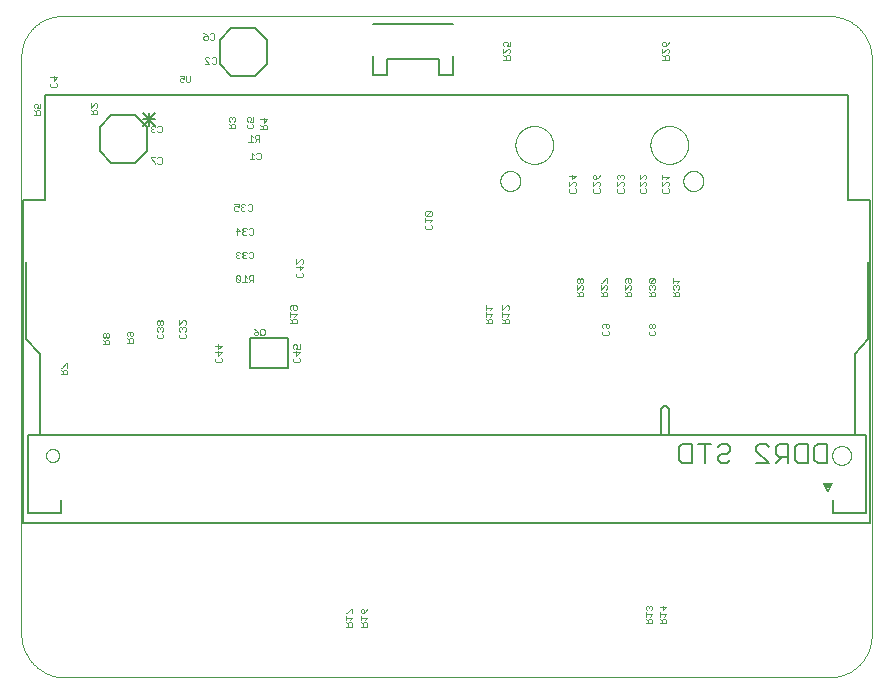
<source format=gbo>
G75*
%MOIN*%
%OFA0B0*%
%FSLAX25Y25*%
%IPPOS*%
%LPD*%
%AMOC8*
5,1,8,0,0,1.08239X$1,22.5*
%
%ADD10C,0.00000*%
%ADD11C,0.00600*%
%ADD12C,0.00800*%
%ADD13C,0.00400*%
%ADD14C,0.00500*%
%ADD15C,0.00200*%
D10*
X0015673Y0001500D02*
X0270791Y0001500D01*
X0271133Y0001504D01*
X0271476Y0001517D01*
X0271818Y0001537D01*
X0272159Y0001566D01*
X0272499Y0001603D01*
X0272839Y0001649D01*
X0273177Y0001702D01*
X0273514Y0001764D01*
X0273849Y0001834D01*
X0274183Y0001912D01*
X0274514Y0001998D01*
X0274844Y0002092D01*
X0275171Y0002194D01*
X0275495Y0002303D01*
X0275817Y0002421D01*
X0276136Y0002546D01*
X0276451Y0002679D01*
X0276764Y0002820D01*
X0277072Y0002968D01*
X0277378Y0003123D01*
X0277679Y0003286D01*
X0277976Y0003456D01*
X0278269Y0003633D01*
X0278558Y0003818D01*
X0278842Y0004009D01*
X0279122Y0004207D01*
X0279396Y0004411D01*
X0279666Y0004623D01*
X0279930Y0004840D01*
X0280189Y0005064D01*
X0280443Y0005295D01*
X0280691Y0005531D01*
X0280933Y0005773D01*
X0281169Y0006021D01*
X0281400Y0006275D01*
X0281624Y0006534D01*
X0281841Y0006798D01*
X0282053Y0007068D01*
X0282257Y0007342D01*
X0282455Y0007622D01*
X0282646Y0007906D01*
X0282831Y0008195D01*
X0283008Y0008488D01*
X0283178Y0008785D01*
X0283341Y0009086D01*
X0283496Y0009392D01*
X0283644Y0009700D01*
X0283785Y0010013D01*
X0283918Y0010328D01*
X0284043Y0010647D01*
X0284161Y0010969D01*
X0284270Y0011293D01*
X0284372Y0011620D01*
X0284466Y0011950D01*
X0284552Y0012281D01*
X0284630Y0012615D01*
X0284700Y0012950D01*
X0284762Y0013287D01*
X0284815Y0013625D01*
X0284861Y0013965D01*
X0284898Y0014305D01*
X0284927Y0014646D01*
X0284947Y0014988D01*
X0284960Y0015331D01*
X0284964Y0015673D01*
X0284965Y0015673D02*
X0284965Y0207799D01*
X0284964Y0207799D02*
X0284960Y0208141D01*
X0284947Y0208484D01*
X0284927Y0208826D01*
X0284898Y0209167D01*
X0284861Y0209507D01*
X0284815Y0209847D01*
X0284762Y0210185D01*
X0284700Y0210522D01*
X0284630Y0210857D01*
X0284552Y0211191D01*
X0284466Y0211522D01*
X0284372Y0211852D01*
X0284270Y0212179D01*
X0284161Y0212503D01*
X0284043Y0212825D01*
X0283918Y0213144D01*
X0283785Y0213459D01*
X0283644Y0213772D01*
X0283496Y0214080D01*
X0283341Y0214386D01*
X0283178Y0214687D01*
X0283008Y0214984D01*
X0282831Y0215277D01*
X0282646Y0215566D01*
X0282455Y0215850D01*
X0282257Y0216130D01*
X0282053Y0216404D01*
X0281841Y0216674D01*
X0281624Y0216938D01*
X0281400Y0217197D01*
X0281169Y0217451D01*
X0280933Y0217699D01*
X0280691Y0217941D01*
X0280443Y0218177D01*
X0280189Y0218408D01*
X0279930Y0218632D01*
X0279666Y0218849D01*
X0279396Y0219061D01*
X0279122Y0219265D01*
X0278842Y0219463D01*
X0278558Y0219654D01*
X0278269Y0219839D01*
X0277976Y0220016D01*
X0277679Y0220186D01*
X0277378Y0220349D01*
X0277072Y0220504D01*
X0276764Y0220652D01*
X0276451Y0220793D01*
X0276136Y0220926D01*
X0275817Y0221051D01*
X0275495Y0221169D01*
X0275171Y0221278D01*
X0274844Y0221380D01*
X0274514Y0221474D01*
X0274183Y0221560D01*
X0273849Y0221638D01*
X0273514Y0221708D01*
X0273177Y0221770D01*
X0272839Y0221823D01*
X0272499Y0221869D01*
X0272159Y0221906D01*
X0271818Y0221935D01*
X0271476Y0221955D01*
X0271133Y0221968D01*
X0270791Y0221972D01*
X0015673Y0221972D01*
X0015342Y0221980D01*
X0015012Y0221980D01*
X0014681Y0221972D01*
X0014351Y0221956D01*
X0014021Y0221932D01*
X0013692Y0221901D01*
X0013364Y0221861D01*
X0013037Y0221813D01*
X0012711Y0221758D01*
X0012386Y0221694D01*
X0012063Y0221623D01*
X0011742Y0221544D01*
X0011423Y0221457D01*
X0011107Y0221363D01*
X0010792Y0221261D01*
X0010480Y0221151D01*
X0010171Y0221034D01*
X0009865Y0220909D01*
X0009562Y0220777D01*
X0009262Y0220638D01*
X0008965Y0220492D01*
X0008672Y0220338D01*
X0008383Y0220177D01*
X0008098Y0220010D01*
X0007817Y0219836D01*
X0007541Y0219654D01*
X0007269Y0219467D01*
X0007001Y0219272D01*
X0006738Y0219072D01*
X0006480Y0218865D01*
X0006228Y0218652D01*
X0005980Y0218433D01*
X0005738Y0218207D01*
X0005501Y0217977D01*
X0005270Y0217740D01*
X0005045Y0217498D01*
X0004826Y0217251D01*
X0004612Y0216998D01*
X0004405Y0216740D01*
X0004204Y0216478D01*
X0004010Y0216210D01*
X0003822Y0215938D01*
X0003641Y0215662D01*
X0003466Y0215381D01*
X0003299Y0215096D01*
X0003138Y0214807D01*
X0002984Y0214514D01*
X0002838Y0214218D01*
X0002698Y0213918D01*
X0002566Y0213615D01*
X0002441Y0213309D01*
X0002324Y0213000D01*
X0002214Y0212688D01*
X0002112Y0212373D01*
X0002017Y0212057D01*
X0001930Y0211738D01*
X0001851Y0211417D01*
X0001779Y0211094D01*
X0001716Y0210769D01*
X0001660Y0210443D01*
X0001612Y0210116D01*
X0001572Y0209788D01*
X0001540Y0209459D01*
X0001516Y0209129D01*
X0001500Y0208799D01*
X0001500Y0016673D01*
X0001492Y0016318D01*
X0001492Y0015963D01*
X0001502Y0015609D01*
X0001520Y0015254D01*
X0001546Y0014901D01*
X0001581Y0014548D01*
X0001625Y0014195D01*
X0001677Y0013845D01*
X0001737Y0013495D01*
X0001806Y0013147D01*
X0001884Y0012801D01*
X0001969Y0012456D01*
X0002063Y0012114D01*
X0002165Y0011774D01*
X0002276Y0011437D01*
X0002394Y0011103D01*
X0002521Y0010771D01*
X0002655Y0010443D01*
X0002798Y0010118D01*
X0002948Y0009797D01*
X0003106Y0009479D01*
X0003271Y0009165D01*
X0003445Y0008855D01*
X0003625Y0008550D01*
X0003813Y0008249D01*
X0004008Y0007953D01*
X0004210Y0007661D01*
X0004419Y0007375D01*
X0004635Y0007093D01*
X0004858Y0006817D01*
X0005088Y0006546D01*
X0005323Y0006281D01*
X0005566Y0006022D01*
X0005814Y0005769D01*
X0006068Y0005521D01*
X0006329Y0005280D01*
X0006595Y0005046D01*
X0006867Y0004817D01*
X0007144Y0004596D01*
X0007426Y0004381D01*
X0007714Y0004173D01*
X0008006Y0003972D01*
X0008303Y0003778D01*
X0008605Y0003592D01*
X0008911Y0003413D01*
X0009222Y0003241D01*
X0009536Y0003077D01*
X0009855Y0002920D01*
X0010177Y0002771D01*
X0010502Y0002630D01*
X0010831Y0002497D01*
X0011163Y0002372D01*
X0011498Y0002255D01*
X0011836Y0002146D01*
X0012176Y0002046D01*
X0012518Y0001953D01*
X0012863Y0001869D01*
X0013210Y0001793D01*
X0013558Y0001726D01*
X0013908Y0001667D01*
X0014259Y0001616D01*
X0014611Y0001574D01*
X0014965Y0001541D01*
X0015319Y0001516D01*
X0015673Y0001500D01*
X0009776Y0075500D02*
X0009778Y0075593D01*
X0009784Y0075685D01*
X0009794Y0075777D01*
X0009808Y0075868D01*
X0009825Y0075959D01*
X0009847Y0076049D01*
X0009872Y0076138D01*
X0009901Y0076226D01*
X0009934Y0076312D01*
X0009971Y0076397D01*
X0010011Y0076481D01*
X0010055Y0076562D01*
X0010102Y0076642D01*
X0010152Y0076720D01*
X0010206Y0076795D01*
X0010263Y0076868D01*
X0010323Y0076938D01*
X0010386Y0077006D01*
X0010452Y0077071D01*
X0010520Y0077133D01*
X0010591Y0077193D01*
X0010665Y0077249D01*
X0010741Y0077302D01*
X0010819Y0077351D01*
X0010899Y0077398D01*
X0010981Y0077440D01*
X0011065Y0077480D01*
X0011150Y0077515D01*
X0011237Y0077547D01*
X0011325Y0077576D01*
X0011414Y0077600D01*
X0011504Y0077621D01*
X0011595Y0077637D01*
X0011687Y0077650D01*
X0011779Y0077659D01*
X0011872Y0077664D01*
X0011964Y0077665D01*
X0012057Y0077662D01*
X0012149Y0077655D01*
X0012241Y0077644D01*
X0012332Y0077629D01*
X0012423Y0077611D01*
X0012513Y0077588D01*
X0012601Y0077562D01*
X0012689Y0077532D01*
X0012775Y0077498D01*
X0012859Y0077461D01*
X0012942Y0077419D01*
X0013023Y0077375D01*
X0013103Y0077327D01*
X0013180Y0077276D01*
X0013254Y0077221D01*
X0013327Y0077163D01*
X0013397Y0077103D01*
X0013464Y0077039D01*
X0013528Y0076973D01*
X0013590Y0076903D01*
X0013648Y0076832D01*
X0013703Y0076758D01*
X0013755Y0076681D01*
X0013804Y0076602D01*
X0013850Y0076522D01*
X0013892Y0076439D01*
X0013930Y0076355D01*
X0013965Y0076269D01*
X0013996Y0076182D01*
X0014023Y0076094D01*
X0014046Y0076004D01*
X0014066Y0075914D01*
X0014082Y0075823D01*
X0014094Y0075731D01*
X0014102Y0075639D01*
X0014106Y0075546D01*
X0014106Y0075454D01*
X0014102Y0075361D01*
X0014094Y0075269D01*
X0014082Y0075177D01*
X0014066Y0075086D01*
X0014046Y0074996D01*
X0014023Y0074906D01*
X0013996Y0074818D01*
X0013965Y0074731D01*
X0013930Y0074645D01*
X0013892Y0074561D01*
X0013850Y0074478D01*
X0013804Y0074398D01*
X0013755Y0074319D01*
X0013703Y0074242D01*
X0013648Y0074168D01*
X0013590Y0074097D01*
X0013528Y0074027D01*
X0013464Y0073961D01*
X0013397Y0073897D01*
X0013327Y0073837D01*
X0013254Y0073779D01*
X0013180Y0073724D01*
X0013103Y0073673D01*
X0013024Y0073625D01*
X0012942Y0073581D01*
X0012859Y0073539D01*
X0012775Y0073502D01*
X0012689Y0073468D01*
X0012601Y0073438D01*
X0012513Y0073412D01*
X0012423Y0073389D01*
X0012332Y0073371D01*
X0012241Y0073356D01*
X0012149Y0073345D01*
X0012057Y0073338D01*
X0011964Y0073335D01*
X0011872Y0073336D01*
X0011779Y0073341D01*
X0011687Y0073350D01*
X0011595Y0073363D01*
X0011504Y0073379D01*
X0011414Y0073400D01*
X0011325Y0073424D01*
X0011237Y0073453D01*
X0011150Y0073485D01*
X0011065Y0073520D01*
X0010981Y0073560D01*
X0010899Y0073602D01*
X0010819Y0073649D01*
X0010741Y0073698D01*
X0010665Y0073751D01*
X0010591Y0073807D01*
X0010520Y0073867D01*
X0010452Y0073929D01*
X0010386Y0073994D01*
X0010323Y0074062D01*
X0010263Y0074132D01*
X0010206Y0074205D01*
X0010152Y0074280D01*
X0010102Y0074358D01*
X0010055Y0074438D01*
X0010011Y0074519D01*
X0009971Y0074603D01*
X0009934Y0074688D01*
X0009901Y0074774D01*
X0009872Y0074862D01*
X0009847Y0074951D01*
X0009825Y0075041D01*
X0009808Y0075132D01*
X0009794Y0075223D01*
X0009784Y0075315D01*
X0009778Y0075407D01*
X0009776Y0075500D01*
X0161142Y0166992D02*
X0161144Y0167107D01*
X0161150Y0167223D01*
X0161160Y0167338D01*
X0161174Y0167453D01*
X0161192Y0167567D01*
X0161214Y0167680D01*
X0161239Y0167793D01*
X0161269Y0167904D01*
X0161302Y0168015D01*
X0161339Y0168124D01*
X0161380Y0168232D01*
X0161425Y0168339D01*
X0161473Y0168444D01*
X0161525Y0168547D01*
X0161581Y0168648D01*
X0161640Y0168748D01*
X0161702Y0168845D01*
X0161768Y0168940D01*
X0161836Y0169033D01*
X0161908Y0169123D01*
X0161983Y0169211D01*
X0162062Y0169296D01*
X0162143Y0169378D01*
X0162226Y0169458D01*
X0162313Y0169534D01*
X0162402Y0169608D01*
X0162493Y0169678D01*
X0162587Y0169746D01*
X0162683Y0169810D01*
X0162782Y0169870D01*
X0162882Y0169927D01*
X0162984Y0169981D01*
X0163088Y0170031D01*
X0163194Y0170078D01*
X0163301Y0170121D01*
X0163410Y0170160D01*
X0163520Y0170195D01*
X0163631Y0170226D01*
X0163743Y0170254D01*
X0163856Y0170278D01*
X0163970Y0170298D01*
X0164085Y0170314D01*
X0164200Y0170326D01*
X0164315Y0170334D01*
X0164430Y0170338D01*
X0164546Y0170338D01*
X0164661Y0170334D01*
X0164776Y0170326D01*
X0164891Y0170314D01*
X0165006Y0170298D01*
X0165120Y0170278D01*
X0165233Y0170254D01*
X0165345Y0170226D01*
X0165456Y0170195D01*
X0165566Y0170160D01*
X0165675Y0170121D01*
X0165782Y0170078D01*
X0165888Y0170031D01*
X0165992Y0169981D01*
X0166094Y0169927D01*
X0166194Y0169870D01*
X0166293Y0169810D01*
X0166389Y0169746D01*
X0166483Y0169678D01*
X0166574Y0169608D01*
X0166663Y0169534D01*
X0166750Y0169458D01*
X0166833Y0169378D01*
X0166914Y0169296D01*
X0166993Y0169211D01*
X0167068Y0169123D01*
X0167140Y0169033D01*
X0167208Y0168940D01*
X0167274Y0168845D01*
X0167336Y0168748D01*
X0167395Y0168648D01*
X0167451Y0168547D01*
X0167503Y0168444D01*
X0167551Y0168339D01*
X0167596Y0168232D01*
X0167637Y0168124D01*
X0167674Y0168015D01*
X0167707Y0167904D01*
X0167737Y0167793D01*
X0167762Y0167680D01*
X0167784Y0167567D01*
X0167802Y0167453D01*
X0167816Y0167338D01*
X0167826Y0167223D01*
X0167832Y0167107D01*
X0167834Y0166992D01*
X0167832Y0166877D01*
X0167826Y0166761D01*
X0167816Y0166646D01*
X0167802Y0166531D01*
X0167784Y0166417D01*
X0167762Y0166304D01*
X0167737Y0166191D01*
X0167707Y0166080D01*
X0167674Y0165969D01*
X0167637Y0165860D01*
X0167596Y0165752D01*
X0167551Y0165645D01*
X0167503Y0165540D01*
X0167451Y0165437D01*
X0167395Y0165336D01*
X0167336Y0165236D01*
X0167274Y0165139D01*
X0167208Y0165044D01*
X0167140Y0164951D01*
X0167068Y0164861D01*
X0166993Y0164773D01*
X0166914Y0164688D01*
X0166833Y0164606D01*
X0166750Y0164526D01*
X0166663Y0164450D01*
X0166574Y0164376D01*
X0166483Y0164306D01*
X0166389Y0164238D01*
X0166293Y0164174D01*
X0166194Y0164114D01*
X0166094Y0164057D01*
X0165992Y0164003D01*
X0165888Y0163953D01*
X0165782Y0163906D01*
X0165675Y0163863D01*
X0165566Y0163824D01*
X0165456Y0163789D01*
X0165345Y0163758D01*
X0165233Y0163730D01*
X0165120Y0163706D01*
X0165006Y0163686D01*
X0164891Y0163670D01*
X0164776Y0163658D01*
X0164661Y0163650D01*
X0164546Y0163646D01*
X0164430Y0163646D01*
X0164315Y0163650D01*
X0164200Y0163658D01*
X0164085Y0163670D01*
X0163970Y0163686D01*
X0163856Y0163706D01*
X0163743Y0163730D01*
X0163631Y0163758D01*
X0163520Y0163789D01*
X0163410Y0163824D01*
X0163301Y0163863D01*
X0163194Y0163906D01*
X0163088Y0163953D01*
X0162984Y0164003D01*
X0162882Y0164057D01*
X0162782Y0164114D01*
X0162683Y0164174D01*
X0162587Y0164238D01*
X0162493Y0164306D01*
X0162402Y0164376D01*
X0162313Y0164450D01*
X0162226Y0164526D01*
X0162143Y0164606D01*
X0162062Y0164688D01*
X0161983Y0164773D01*
X0161908Y0164861D01*
X0161836Y0164951D01*
X0161768Y0165044D01*
X0161702Y0165139D01*
X0161640Y0165236D01*
X0161581Y0165336D01*
X0161525Y0165437D01*
X0161473Y0165540D01*
X0161425Y0165645D01*
X0161380Y0165752D01*
X0161339Y0165860D01*
X0161302Y0165969D01*
X0161269Y0166080D01*
X0161239Y0166191D01*
X0161214Y0166304D01*
X0161192Y0166417D01*
X0161174Y0166531D01*
X0161160Y0166646D01*
X0161150Y0166761D01*
X0161144Y0166877D01*
X0161142Y0166992D01*
X0166201Y0179000D02*
X0166203Y0179158D01*
X0166209Y0179316D01*
X0166219Y0179474D01*
X0166233Y0179632D01*
X0166251Y0179789D01*
X0166272Y0179946D01*
X0166298Y0180102D01*
X0166328Y0180258D01*
X0166361Y0180413D01*
X0166399Y0180566D01*
X0166440Y0180719D01*
X0166485Y0180871D01*
X0166534Y0181022D01*
X0166587Y0181171D01*
X0166643Y0181319D01*
X0166703Y0181465D01*
X0166767Y0181610D01*
X0166835Y0181753D01*
X0166906Y0181895D01*
X0166980Y0182035D01*
X0167058Y0182172D01*
X0167140Y0182308D01*
X0167224Y0182442D01*
X0167313Y0182573D01*
X0167404Y0182702D01*
X0167499Y0182829D01*
X0167596Y0182954D01*
X0167697Y0183076D01*
X0167801Y0183195D01*
X0167908Y0183312D01*
X0168018Y0183426D01*
X0168131Y0183537D01*
X0168246Y0183646D01*
X0168364Y0183751D01*
X0168485Y0183853D01*
X0168608Y0183953D01*
X0168734Y0184049D01*
X0168862Y0184142D01*
X0168992Y0184232D01*
X0169125Y0184318D01*
X0169260Y0184402D01*
X0169396Y0184481D01*
X0169535Y0184558D01*
X0169676Y0184630D01*
X0169818Y0184700D01*
X0169962Y0184765D01*
X0170108Y0184827D01*
X0170255Y0184885D01*
X0170404Y0184940D01*
X0170554Y0184991D01*
X0170705Y0185038D01*
X0170857Y0185081D01*
X0171010Y0185120D01*
X0171165Y0185156D01*
X0171320Y0185187D01*
X0171476Y0185215D01*
X0171632Y0185239D01*
X0171789Y0185259D01*
X0171947Y0185275D01*
X0172104Y0185287D01*
X0172263Y0185295D01*
X0172421Y0185299D01*
X0172579Y0185299D01*
X0172737Y0185295D01*
X0172896Y0185287D01*
X0173053Y0185275D01*
X0173211Y0185259D01*
X0173368Y0185239D01*
X0173524Y0185215D01*
X0173680Y0185187D01*
X0173835Y0185156D01*
X0173990Y0185120D01*
X0174143Y0185081D01*
X0174295Y0185038D01*
X0174446Y0184991D01*
X0174596Y0184940D01*
X0174745Y0184885D01*
X0174892Y0184827D01*
X0175038Y0184765D01*
X0175182Y0184700D01*
X0175324Y0184630D01*
X0175465Y0184558D01*
X0175604Y0184481D01*
X0175740Y0184402D01*
X0175875Y0184318D01*
X0176008Y0184232D01*
X0176138Y0184142D01*
X0176266Y0184049D01*
X0176392Y0183953D01*
X0176515Y0183853D01*
X0176636Y0183751D01*
X0176754Y0183646D01*
X0176869Y0183537D01*
X0176982Y0183426D01*
X0177092Y0183312D01*
X0177199Y0183195D01*
X0177303Y0183076D01*
X0177404Y0182954D01*
X0177501Y0182829D01*
X0177596Y0182702D01*
X0177687Y0182573D01*
X0177776Y0182442D01*
X0177860Y0182308D01*
X0177942Y0182172D01*
X0178020Y0182035D01*
X0178094Y0181895D01*
X0178165Y0181753D01*
X0178233Y0181610D01*
X0178297Y0181465D01*
X0178357Y0181319D01*
X0178413Y0181171D01*
X0178466Y0181022D01*
X0178515Y0180871D01*
X0178560Y0180719D01*
X0178601Y0180566D01*
X0178639Y0180413D01*
X0178672Y0180258D01*
X0178702Y0180102D01*
X0178728Y0179946D01*
X0178749Y0179789D01*
X0178767Y0179632D01*
X0178781Y0179474D01*
X0178791Y0179316D01*
X0178797Y0179158D01*
X0178799Y0179000D01*
X0178797Y0178842D01*
X0178791Y0178684D01*
X0178781Y0178526D01*
X0178767Y0178368D01*
X0178749Y0178211D01*
X0178728Y0178054D01*
X0178702Y0177898D01*
X0178672Y0177742D01*
X0178639Y0177587D01*
X0178601Y0177434D01*
X0178560Y0177281D01*
X0178515Y0177129D01*
X0178466Y0176978D01*
X0178413Y0176829D01*
X0178357Y0176681D01*
X0178297Y0176535D01*
X0178233Y0176390D01*
X0178165Y0176247D01*
X0178094Y0176105D01*
X0178020Y0175965D01*
X0177942Y0175828D01*
X0177860Y0175692D01*
X0177776Y0175558D01*
X0177687Y0175427D01*
X0177596Y0175298D01*
X0177501Y0175171D01*
X0177404Y0175046D01*
X0177303Y0174924D01*
X0177199Y0174805D01*
X0177092Y0174688D01*
X0176982Y0174574D01*
X0176869Y0174463D01*
X0176754Y0174354D01*
X0176636Y0174249D01*
X0176515Y0174147D01*
X0176392Y0174047D01*
X0176266Y0173951D01*
X0176138Y0173858D01*
X0176008Y0173768D01*
X0175875Y0173682D01*
X0175740Y0173598D01*
X0175604Y0173519D01*
X0175465Y0173442D01*
X0175324Y0173370D01*
X0175182Y0173300D01*
X0175038Y0173235D01*
X0174892Y0173173D01*
X0174745Y0173115D01*
X0174596Y0173060D01*
X0174446Y0173009D01*
X0174295Y0172962D01*
X0174143Y0172919D01*
X0173990Y0172880D01*
X0173835Y0172844D01*
X0173680Y0172813D01*
X0173524Y0172785D01*
X0173368Y0172761D01*
X0173211Y0172741D01*
X0173053Y0172725D01*
X0172896Y0172713D01*
X0172737Y0172705D01*
X0172579Y0172701D01*
X0172421Y0172701D01*
X0172263Y0172705D01*
X0172104Y0172713D01*
X0171947Y0172725D01*
X0171789Y0172741D01*
X0171632Y0172761D01*
X0171476Y0172785D01*
X0171320Y0172813D01*
X0171165Y0172844D01*
X0171010Y0172880D01*
X0170857Y0172919D01*
X0170705Y0172962D01*
X0170554Y0173009D01*
X0170404Y0173060D01*
X0170255Y0173115D01*
X0170108Y0173173D01*
X0169962Y0173235D01*
X0169818Y0173300D01*
X0169676Y0173370D01*
X0169535Y0173442D01*
X0169396Y0173519D01*
X0169260Y0173598D01*
X0169125Y0173682D01*
X0168992Y0173768D01*
X0168862Y0173858D01*
X0168734Y0173951D01*
X0168608Y0174047D01*
X0168485Y0174147D01*
X0168364Y0174249D01*
X0168246Y0174354D01*
X0168131Y0174463D01*
X0168018Y0174574D01*
X0167908Y0174688D01*
X0167801Y0174805D01*
X0167697Y0174924D01*
X0167596Y0175046D01*
X0167499Y0175171D01*
X0167404Y0175298D01*
X0167313Y0175427D01*
X0167224Y0175558D01*
X0167140Y0175692D01*
X0167058Y0175828D01*
X0166980Y0175965D01*
X0166906Y0176105D01*
X0166835Y0176247D01*
X0166767Y0176390D01*
X0166703Y0176535D01*
X0166643Y0176681D01*
X0166587Y0176829D01*
X0166534Y0176978D01*
X0166485Y0177129D01*
X0166440Y0177281D01*
X0166399Y0177434D01*
X0166361Y0177587D01*
X0166328Y0177742D01*
X0166298Y0177898D01*
X0166272Y0178054D01*
X0166251Y0178211D01*
X0166233Y0178368D01*
X0166219Y0178526D01*
X0166209Y0178684D01*
X0166203Y0178842D01*
X0166201Y0179000D01*
X0211201Y0179000D02*
X0211203Y0179158D01*
X0211209Y0179316D01*
X0211219Y0179474D01*
X0211233Y0179632D01*
X0211251Y0179789D01*
X0211272Y0179946D01*
X0211298Y0180102D01*
X0211328Y0180258D01*
X0211361Y0180413D01*
X0211399Y0180566D01*
X0211440Y0180719D01*
X0211485Y0180871D01*
X0211534Y0181022D01*
X0211587Y0181171D01*
X0211643Y0181319D01*
X0211703Y0181465D01*
X0211767Y0181610D01*
X0211835Y0181753D01*
X0211906Y0181895D01*
X0211980Y0182035D01*
X0212058Y0182172D01*
X0212140Y0182308D01*
X0212224Y0182442D01*
X0212313Y0182573D01*
X0212404Y0182702D01*
X0212499Y0182829D01*
X0212596Y0182954D01*
X0212697Y0183076D01*
X0212801Y0183195D01*
X0212908Y0183312D01*
X0213018Y0183426D01*
X0213131Y0183537D01*
X0213246Y0183646D01*
X0213364Y0183751D01*
X0213485Y0183853D01*
X0213608Y0183953D01*
X0213734Y0184049D01*
X0213862Y0184142D01*
X0213992Y0184232D01*
X0214125Y0184318D01*
X0214260Y0184402D01*
X0214396Y0184481D01*
X0214535Y0184558D01*
X0214676Y0184630D01*
X0214818Y0184700D01*
X0214962Y0184765D01*
X0215108Y0184827D01*
X0215255Y0184885D01*
X0215404Y0184940D01*
X0215554Y0184991D01*
X0215705Y0185038D01*
X0215857Y0185081D01*
X0216010Y0185120D01*
X0216165Y0185156D01*
X0216320Y0185187D01*
X0216476Y0185215D01*
X0216632Y0185239D01*
X0216789Y0185259D01*
X0216947Y0185275D01*
X0217104Y0185287D01*
X0217263Y0185295D01*
X0217421Y0185299D01*
X0217579Y0185299D01*
X0217737Y0185295D01*
X0217896Y0185287D01*
X0218053Y0185275D01*
X0218211Y0185259D01*
X0218368Y0185239D01*
X0218524Y0185215D01*
X0218680Y0185187D01*
X0218835Y0185156D01*
X0218990Y0185120D01*
X0219143Y0185081D01*
X0219295Y0185038D01*
X0219446Y0184991D01*
X0219596Y0184940D01*
X0219745Y0184885D01*
X0219892Y0184827D01*
X0220038Y0184765D01*
X0220182Y0184700D01*
X0220324Y0184630D01*
X0220465Y0184558D01*
X0220604Y0184481D01*
X0220740Y0184402D01*
X0220875Y0184318D01*
X0221008Y0184232D01*
X0221138Y0184142D01*
X0221266Y0184049D01*
X0221392Y0183953D01*
X0221515Y0183853D01*
X0221636Y0183751D01*
X0221754Y0183646D01*
X0221869Y0183537D01*
X0221982Y0183426D01*
X0222092Y0183312D01*
X0222199Y0183195D01*
X0222303Y0183076D01*
X0222404Y0182954D01*
X0222501Y0182829D01*
X0222596Y0182702D01*
X0222687Y0182573D01*
X0222776Y0182442D01*
X0222860Y0182308D01*
X0222942Y0182172D01*
X0223020Y0182035D01*
X0223094Y0181895D01*
X0223165Y0181753D01*
X0223233Y0181610D01*
X0223297Y0181465D01*
X0223357Y0181319D01*
X0223413Y0181171D01*
X0223466Y0181022D01*
X0223515Y0180871D01*
X0223560Y0180719D01*
X0223601Y0180566D01*
X0223639Y0180413D01*
X0223672Y0180258D01*
X0223702Y0180102D01*
X0223728Y0179946D01*
X0223749Y0179789D01*
X0223767Y0179632D01*
X0223781Y0179474D01*
X0223791Y0179316D01*
X0223797Y0179158D01*
X0223799Y0179000D01*
X0223797Y0178842D01*
X0223791Y0178684D01*
X0223781Y0178526D01*
X0223767Y0178368D01*
X0223749Y0178211D01*
X0223728Y0178054D01*
X0223702Y0177898D01*
X0223672Y0177742D01*
X0223639Y0177587D01*
X0223601Y0177434D01*
X0223560Y0177281D01*
X0223515Y0177129D01*
X0223466Y0176978D01*
X0223413Y0176829D01*
X0223357Y0176681D01*
X0223297Y0176535D01*
X0223233Y0176390D01*
X0223165Y0176247D01*
X0223094Y0176105D01*
X0223020Y0175965D01*
X0222942Y0175828D01*
X0222860Y0175692D01*
X0222776Y0175558D01*
X0222687Y0175427D01*
X0222596Y0175298D01*
X0222501Y0175171D01*
X0222404Y0175046D01*
X0222303Y0174924D01*
X0222199Y0174805D01*
X0222092Y0174688D01*
X0221982Y0174574D01*
X0221869Y0174463D01*
X0221754Y0174354D01*
X0221636Y0174249D01*
X0221515Y0174147D01*
X0221392Y0174047D01*
X0221266Y0173951D01*
X0221138Y0173858D01*
X0221008Y0173768D01*
X0220875Y0173682D01*
X0220740Y0173598D01*
X0220604Y0173519D01*
X0220465Y0173442D01*
X0220324Y0173370D01*
X0220182Y0173300D01*
X0220038Y0173235D01*
X0219892Y0173173D01*
X0219745Y0173115D01*
X0219596Y0173060D01*
X0219446Y0173009D01*
X0219295Y0172962D01*
X0219143Y0172919D01*
X0218990Y0172880D01*
X0218835Y0172844D01*
X0218680Y0172813D01*
X0218524Y0172785D01*
X0218368Y0172761D01*
X0218211Y0172741D01*
X0218053Y0172725D01*
X0217896Y0172713D01*
X0217737Y0172705D01*
X0217579Y0172701D01*
X0217421Y0172701D01*
X0217263Y0172705D01*
X0217104Y0172713D01*
X0216947Y0172725D01*
X0216789Y0172741D01*
X0216632Y0172761D01*
X0216476Y0172785D01*
X0216320Y0172813D01*
X0216165Y0172844D01*
X0216010Y0172880D01*
X0215857Y0172919D01*
X0215705Y0172962D01*
X0215554Y0173009D01*
X0215404Y0173060D01*
X0215255Y0173115D01*
X0215108Y0173173D01*
X0214962Y0173235D01*
X0214818Y0173300D01*
X0214676Y0173370D01*
X0214535Y0173442D01*
X0214396Y0173519D01*
X0214260Y0173598D01*
X0214125Y0173682D01*
X0213992Y0173768D01*
X0213862Y0173858D01*
X0213734Y0173951D01*
X0213608Y0174047D01*
X0213485Y0174147D01*
X0213364Y0174249D01*
X0213246Y0174354D01*
X0213131Y0174463D01*
X0213018Y0174574D01*
X0212908Y0174688D01*
X0212801Y0174805D01*
X0212697Y0174924D01*
X0212596Y0175046D01*
X0212499Y0175171D01*
X0212404Y0175298D01*
X0212313Y0175427D01*
X0212224Y0175558D01*
X0212140Y0175692D01*
X0212058Y0175828D01*
X0211980Y0175965D01*
X0211906Y0176105D01*
X0211835Y0176247D01*
X0211767Y0176390D01*
X0211703Y0176535D01*
X0211643Y0176681D01*
X0211587Y0176829D01*
X0211534Y0176978D01*
X0211485Y0177129D01*
X0211440Y0177281D01*
X0211399Y0177434D01*
X0211361Y0177587D01*
X0211328Y0177742D01*
X0211298Y0177898D01*
X0211272Y0178054D01*
X0211251Y0178211D01*
X0211233Y0178368D01*
X0211219Y0178526D01*
X0211209Y0178684D01*
X0211203Y0178842D01*
X0211201Y0179000D01*
X0222166Y0166992D02*
X0222168Y0167107D01*
X0222174Y0167223D01*
X0222184Y0167338D01*
X0222198Y0167453D01*
X0222216Y0167567D01*
X0222238Y0167680D01*
X0222263Y0167793D01*
X0222293Y0167904D01*
X0222326Y0168015D01*
X0222363Y0168124D01*
X0222404Y0168232D01*
X0222449Y0168339D01*
X0222497Y0168444D01*
X0222549Y0168547D01*
X0222605Y0168648D01*
X0222664Y0168748D01*
X0222726Y0168845D01*
X0222792Y0168940D01*
X0222860Y0169033D01*
X0222932Y0169123D01*
X0223007Y0169211D01*
X0223086Y0169296D01*
X0223167Y0169378D01*
X0223250Y0169458D01*
X0223337Y0169534D01*
X0223426Y0169608D01*
X0223517Y0169678D01*
X0223611Y0169746D01*
X0223707Y0169810D01*
X0223806Y0169870D01*
X0223906Y0169927D01*
X0224008Y0169981D01*
X0224112Y0170031D01*
X0224218Y0170078D01*
X0224325Y0170121D01*
X0224434Y0170160D01*
X0224544Y0170195D01*
X0224655Y0170226D01*
X0224767Y0170254D01*
X0224880Y0170278D01*
X0224994Y0170298D01*
X0225109Y0170314D01*
X0225224Y0170326D01*
X0225339Y0170334D01*
X0225454Y0170338D01*
X0225570Y0170338D01*
X0225685Y0170334D01*
X0225800Y0170326D01*
X0225915Y0170314D01*
X0226030Y0170298D01*
X0226144Y0170278D01*
X0226257Y0170254D01*
X0226369Y0170226D01*
X0226480Y0170195D01*
X0226590Y0170160D01*
X0226699Y0170121D01*
X0226806Y0170078D01*
X0226912Y0170031D01*
X0227016Y0169981D01*
X0227118Y0169927D01*
X0227218Y0169870D01*
X0227317Y0169810D01*
X0227413Y0169746D01*
X0227507Y0169678D01*
X0227598Y0169608D01*
X0227687Y0169534D01*
X0227774Y0169458D01*
X0227857Y0169378D01*
X0227938Y0169296D01*
X0228017Y0169211D01*
X0228092Y0169123D01*
X0228164Y0169033D01*
X0228232Y0168940D01*
X0228298Y0168845D01*
X0228360Y0168748D01*
X0228419Y0168648D01*
X0228475Y0168547D01*
X0228527Y0168444D01*
X0228575Y0168339D01*
X0228620Y0168232D01*
X0228661Y0168124D01*
X0228698Y0168015D01*
X0228731Y0167904D01*
X0228761Y0167793D01*
X0228786Y0167680D01*
X0228808Y0167567D01*
X0228826Y0167453D01*
X0228840Y0167338D01*
X0228850Y0167223D01*
X0228856Y0167107D01*
X0228858Y0166992D01*
X0228856Y0166877D01*
X0228850Y0166761D01*
X0228840Y0166646D01*
X0228826Y0166531D01*
X0228808Y0166417D01*
X0228786Y0166304D01*
X0228761Y0166191D01*
X0228731Y0166080D01*
X0228698Y0165969D01*
X0228661Y0165860D01*
X0228620Y0165752D01*
X0228575Y0165645D01*
X0228527Y0165540D01*
X0228475Y0165437D01*
X0228419Y0165336D01*
X0228360Y0165236D01*
X0228298Y0165139D01*
X0228232Y0165044D01*
X0228164Y0164951D01*
X0228092Y0164861D01*
X0228017Y0164773D01*
X0227938Y0164688D01*
X0227857Y0164606D01*
X0227774Y0164526D01*
X0227687Y0164450D01*
X0227598Y0164376D01*
X0227507Y0164306D01*
X0227413Y0164238D01*
X0227317Y0164174D01*
X0227218Y0164114D01*
X0227118Y0164057D01*
X0227016Y0164003D01*
X0226912Y0163953D01*
X0226806Y0163906D01*
X0226699Y0163863D01*
X0226590Y0163824D01*
X0226480Y0163789D01*
X0226369Y0163758D01*
X0226257Y0163730D01*
X0226144Y0163706D01*
X0226030Y0163686D01*
X0225915Y0163670D01*
X0225800Y0163658D01*
X0225685Y0163650D01*
X0225570Y0163646D01*
X0225454Y0163646D01*
X0225339Y0163650D01*
X0225224Y0163658D01*
X0225109Y0163670D01*
X0224994Y0163686D01*
X0224880Y0163706D01*
X0224767Y0163730D01*
X0224655Y0163758D01*
X0224544Y0163789D01*
X0224434Y0163824D01*
X0224325Y0163863D01*
X0224218Y0163906D01*
X0224112Y0163953D01*
X0224008Y0164003D01*
X0223906Y0164057D01*
X0223806Y0164114D01*
X0223707Y0164174D01*
X0223611Y0164238D01*
X0223517Y0164306D01*
X0223426Y0164376D01*
X0223337Y0164450D01*
X0223250Y0164526D01*
X0223167Y0164606D01*
X0223086Y0164688D01*
X0223007Y0164773D01*
X0222932Y0164861D01*
X0222860Y0164951D01*
X0222792Y0165044D01*
X0222726Y0165139D01*
X0222664Y0165236D01*
X0222605Y0165336D01*
X0222549Y0165437D01*
X0222497Y0165540D01*
X0222449Y0165645D01*
X0222404Y0165752D01*
X0222363Y0165860D01*
X0222326Y0165969D01*
X0222293Y0166080D01*
X0222263Y0166191D01*
X0222238Y0166304D01*
X0222216Y0166417D01*
X0222198Y0166531D01*
X0222184Y0166646D01*
X0222174Y0166761D01*
X0222168Y0166877D01*
X0222166Y0166992D01*
X0271783Y0075500D02*
X0271785Y0075612D01*
X0271791Y0075723D01*
X0271801Y0075835D01*
X0271815Y0075946D01*
X0271832Y0076056D01*
X0271854Y0076166D01*
X0271880Y0076275D01*
X0271909Y0076383D01*
X0271942Y0076489D01*
X0271979Y0076595D01*
X0272020Y0076699D01*
X0272065Y0076802D01*
X0272113Y0076903D01*
X0272164Y0077002D01*
X0272219Y0077099D01*
X0272278Y0077194D01*
X0272339Y0077288D01*
X0272404Y0077379D01*
X0272473Y0077467D01*
X0272544Y0077553D01*
X0272618Y0077637D01*
X0272696Y0077717D01*
X0272776Y0077795D01*
X0272859Y0077871D01*
X0272944Y0077943D01*
X0273032Y0078012D01*
X0273122Y0078078D01*
X0273215Y0078140D01*
X0273310Y0078200D01*
X0273407Y0078256D01*
X0273505Y0078308D01*
X0273606Y0078357D01*
X0273708Y0078402D01*
X0273812Y0078444D01*
X0273917Y0078482D01*
X0274024Y0078516D01*
X0274131Y0078546D01*
X0274240Y0078573D01*
X0274349Y0078595D01*
X0274460Y0078614D01*
X0274570Y0078629D01*
X0274682Y0078640D01*
X0274793Y0078647D01*
X0274905Y0078650D01*
X0275017Y0078649D01*
X0275129Y0078644D01*
X0275240Y0078635D01*
X0275351Y0078622D01*
X0275462Y0078605D01*
X0275572Y0078585D01*
X0275681Y0078560D01*
X0275789Y0078532D01*
X0275896Y0078499D01*
X0276002Y0078463D01*
X0276106Y0078423D01*
X0276209Y0078380D01*
X0276311Y0078333D01*
X0276410Y0078282D01*
X0276508Y0078228D01*
X0276604Y0078170D01*
X0276698Y0078109D01*
X0276789Y0078045D01*
X0276878Y0077978D01*
X0276965Y0077907D01*
X0277049Y0077833D01*
X0277131Y0077757D01*
X0277209Y0077677D01*
X0277285Y0077595D01*
X0277358Y0077510D01*
X0277428Y0077423D01*
X0277494Y0077333D01*
X0277558Y0077241D01*
X0277618Y0077147D01*
X0277675Y0077051D01*
X0277728Y0076952D01*
X0277778Y0076852D01*
X0277824Y0076751D01*
X0277867Y0076647D01*
X0277906Y0076542D01*
X0277941Y0076436D01*
X0277972Y0076329D01*
X0278000Y0076220D01*
X0278023Y0076111D01*
X0278043Y0076001D01*
X0278059Y0075890D01*
X0278071Y0075779D01*
X0278079Y0075668D01*
X0278083Y0075556D01*
X0278083Y0075444D01*
X0278079Y0075332D01*
X0278071Y0075221D01*
X0278059Y0075110D01*
X0278043Y0074999D01*
X0278023Y0074889D01*
X0278000Y0074780D01*
X0277972Y0074671D01*
X0277941Y0074564D01*
X0277906Y0074458D01*
X0277867Y0074353D01*
X0277824Y0074249D01*
X0277778Y0074148D01*
X0277728Y0074048D01*
X0277675Y0073949D01*
X0277618Y0073853D01*
X0277558Y0073759D01*
X0277494Y0073667D01*
X0277428Y0073577D01*
X0277358Y0073490D01*
X0277285Y0073405D01*
X0277209Y0073323D01*
X0277131Y0073243D01*
X0277049Y0073167D01*
X0276965Y0073093D01*
X0276878Y0073022D01*
X0276789Y0072955D01*
X0276698Y0072891D01*
X0276604Y0072830D01*
X0276508Y0072772D01*
X0276410Y0072718D01*
X0276311Y0072667D01*
X0276209Y0072620D01*
X0276106Y0072577D01*
X0276002Y0072537D01*
X0275896Y0072501D01*
X0275789Y0072468D01*
X0275681Y0072440D01*
X0275572Y0072415D01*
X0275462Y0072395D01*
X0275351Y0072378D01*
X0275240Y0072365D01*
X0275129Y0072356D01*
X0275017Y0072351D01*
X0274905Y0072350D01*
X0274793Y0072353D01*
X0274682Y0072360D01*
X0274570Y0072371D01*
X0274460Y0072386D01*
X0274349Y0072405D01*
X0274240Y0072427D01*
X0274131Y0072454D01*
X0274024Y0072484D01*
X0273917Y0072518D01*
X0273812Y0072556D01*
X0273708Y0072598D01*
X0273606Y0072643D01*
X0273505Y0072692D01*
X0273407Y0072744D01*
X0273310Y0072800D01*
X0273215Y0072860D01*
X0273122Y0072922D01*
X0273032Y0072988D01*
X0272944Y0073057D01*
X0272859Y0073129D01*
X0272776Y0073205D01*
X0272696Y0073283D01*
X0272618Y0073363D01*
X0272544Y0073447D01*
X0272473Y0073533D01*
X0272404Y0073621D01*
X0272339Y0073712D01*
X0272278Y0073806D01*
X0272219Y0073901D01*
X0272164Y0073998D01*
X0272113Y0074097D01*
X0272065Y0074198D01*
X0272020Y0074301D01*
X0271979Y0074405D01*
X0271942Y0074511D01*
X0271909Y0074617D01*
X0271880Y0074725D01*
X0271854Y0074834D01*
X0271832Y0074944D01*
X0271815Y0075054D01*
X0271801Y0075165D01*
X0271791Y0075277D01*
X0271785Y0075388D01*
X0271783Y0075500D01*
D11*
X0270106Y0072847D02*
X0266903Y0072847D01*
X0265835Y0073915D01*
X0265835Y0078185D01*
X0266903Y0079253D01*
X0270106Y0079253D01*
X0270106Y0072847D01*
X0263660Y0072847D02*
X0260457Y0072847D01*
X0259390Y0073915D01*
X0259390Y0078185D01*
X0260457Y0079253D01*
X0263660Y0079253D01*
X0263660Y0072847D01*
X0257215Y0072847D02*
X0257215Y0079253D01*
X0254012Y0079253D01*
X0252944Y0078185D01*
X0252944Y0076050D01*
X0254012Y0074982D01*
X0257215Y0074982D01*
X0255079Y0074982D02*
X0252944Y0072847D01*
X0250769Y0072847D02*
X0246499Y0077118D01*
X0246499Y0078185D01*
X0247566Y0079253D01*
X0249701Y0079253D01*
X0250769Y0078185D01*
X0250769Y0072847D02*
X0246499Y0072847D01*
X0237878Y0073915D02*
X0236810Y0072847D01*
X0234675Y0072847D01*
X0233608Y0073915D01*
X0233608Y0074982D01*
X0234675Y0076050D01*
X0236810Y0076050D01*
X0237878Y0077118D01*
X0237878Y0078185D01*
X0236810Y0079253D01*
X0234675Y0079253D01*
X0233608Y0078185D01*
X0231433Y0079253D02*
X0227162Y0079253D01*
X0229297Y0079253D02*
X0229297Y0072847D01*
X0224987Y0072847D02*
X0221784Y0072847D01*
X0220717Y0073915D01*
X0220717Y0078185D01*
X0221784Y0079253D01*
X0224987Y0079253D01*
X0224987Y0072847D01*
X0046200Y0185368D02*
X0041930Y0189638D01*
X0044065Y0189638D02*
X0044065Y0185368D01*
X0041930Y0185368D02*
X0046200Y0189638D01*
X0046200Y0187503D02*
X0041930Y0187503D01*
D12*
X0003083Y0139870D02*
X0003083Y0114476D01*
X0007610Y0109161D01*
X0007610Y0082783D01*
X0003870Y0082390D02*
X0283004Y0082390D01*
X0283004Y0056209D01*
X0271980Y0056209D01*
X0271980Y0060539D01*
X0279264Y0082783D02*
X0279264Y0109161D01*
X0283791Y0114476D01*
X0283791Y0139870D01*
X0217453Y0090657D02*
X0217453Y0082783D01*
X0214697Y0082783D02*
X0214697Y0090657D01*
X0214698Y0090657D02*
X0214705Y0090731D01*
X0214716Y0090804D01*
X0214731Y0090876D01*
X0214750Y0090948D01*
X0214773Y0091018D01*
X0214799Y0091087D01*
X0214829Y0091155D01*
X0214863Y0091221D01*
X0214900Y0091285D01*
X0214941Y0091347D01*
X0214984Y0091406D01*
X0215031Y0091463D01*
X0215081Y0091518D01*
X0215134Y0091570D01*
X0215189Y0091619D01*
X0215247Y0091665D01*
X0215308Y0091707D01*
X0215370Y0091747D01*
X0215435Y0091783D01*
X0215501Y0091815D01*
X0215569Y0091844D01*
X0215639Y0091869D01*
X0215710Y0091891D01*
X0215781Y0091908D01*
X0215854Y0091922D01*
X0215927Y0091932D01*
X0216001Y0091938D01*
X0216075Y0091940D01*
X0216149Y0091938D01*
X0216223Y0091932D01*
X0216296Y0091922D01*
X0216369Y0091908D01*
X0216440Y0091891D01*
X0216511Y0091869D01*
X0216581Y0091844D01*
X0216649Y0091815D01*
X0216715Y0091783D01*
X0216780Y0091747D01*
X0216842Y0091707D01*
X0216903Y0091665D01*
X0216961Y0091619D01*
X0217016Y0091570D01*
X0217069Y0091518D01*
X0217119Y0091463D01*
X0217166Y0091406D01*
X0217209Y0091347D01*
X0217250Y0091285D01*
X0217287Y0091221D01*
X0217321Y0091155D01*
X0217351Y0091087D01*
X0217377Y0091018D01*
X0217400Y0090948D01*
X0217419Y0090876D01*
X0217434Y0090804D01*
X0217445Y0090731D01*
X0217452Y0090657D01*
X0145386Y0202280D02*
X0140661Y0202280D01*
X0140661Y0207791D01*
X0123339Y0207791D01*
X0123339Y0202280D01*
X0118614Y0202280D01*
X0118614Y0208579D01*
X0118614Y0219209D02*
X0145386Y0219209D01*
X0145386Y0208579D02*
X0145386Y0202280D01*
X0003870Y0082390D02*
X0003870Y0056209D01*
X0014894Y0056209D01*
X0014894Y0060539D01*
D13*
X0054588Y0199910D02*
X0054254Y0200244D01*
X0054254Y0200911D01*
X0054588Y0201245D01*
X0054921Y0201245D01*
X0055589Y0200911D01*
X0055589Y0201912D01*
X0054254Y0201912D01*
X0054588Y0199910D02*
X0055255Y0199910D01*
X0055589Y0200244D01*
X0056464Y0200244D02*
X0056464Y0201912D01*
X0057799Y0201912D02*
X0057799Y0200244D01*
X0057465Y0199910D01*
X0056798Y0199910D01*
X0056464Y0200244D01*
X0268732Y0066445D02*
X0270209Y0063492D01*
X0271685Y0066445D01*
X0268732Y0066445D01*
X0268925Y0066059D02*
X0271492Y0066059D01*
X0271293Y0065660D02*
X0269125Y0065660D01*
X0269324Y0065262D02*
X0271094Y0065262D01*
X0270894Y0064863D02*
X0269523Y0064863D01*
X0269722Y0064465D02*
X0270695Y0064465D01*
X0270496Y0064066D02*
X0269922Y0064066D01*
X0270121Y0063668D02*
X0270296Y0063668D01*
D14*
X0284500Y0053000D02*
X0002000Y0053000D01*
X0002000Y0160500D01*
X0009500Y0160500D01*
X0009500Y0195500D01*
X0277000Y0195500D01*
X0277000Y0160500D01*
X0284500Y0160500D01*
X0284500Y0053000D01*
X0090299Y0104776D02*
X0090299Y0114618D01*
X0077701Y0114618D01*
X0077701Y0104776D01*
X0090299Y0104776D01*
X0039437Y0173126D02*
X0031563Y0173126D01*
X0027626Y0177063D01*
X0027626Y0184937D01*
X0031563Y0188874D01*
X0039437Y0188874D01*
X0043374Y0184937D01*
X0043374Y0177063D01*
X0039437Y0173126D01*
X0071563Y0202126D02*
X0079437Y0202126D01*
X0083374Y0206063D01*
X0083374Y0213937D01*
X0079437Y0217874D01*
X0071563Y0217874D01*
X0067626Y0213937D01*
X0067626Y0206063D01*
X0071563Y0202126D01*
D15*
X0066400Y0206467D02*
X0066033Y0206100D01*
X0065299Y0206100D01*
X0064932Y0206467D01*
X0064190Y0206100D02*
X0062722Y0207568D01*
X0062722Y0207935D01*
X0063089Y0208302D01*
X0063823Y0208302D01*
X0064190Y0207935D01*
X0064932Y0207935D02*
X0065299Y0208302D01*
X0066033Y0208302D01*
X0066400Y0207935D01*
X0066400Y0206467D01*
X0064190Y0206100D02*
X0062722Y0206100D01*
X0062589Y0214100D02*
X0062222Y0214467D01*
X0062222Y0214834D01*
X0062589Y0215201D01*
X0063690Y0215201D01*
X0063690Y0214467D01*
X0063323Y0214100D01*
X0062589Y0214100D01*
X0063690Y0215201D02*
X0062956Y0215935D01*
X0062222Y0216302D01*
X0064432Y0215935D02*
X0064799Y0216302D01*
X0065533Y0216302D01*
X0065900Y0215935D01*
X0065900Y0214467D01*
X0065533Y0214100D01*
X0064799Y0214100D01*
X0064432Y0214467D01*
X0070967Y0188278D02*
X0070600Y0187911D01*
X0070600Y0187177D01*
X0070967Y0186810D01*
X0070600Y0186068D02*
X0071334Y0185334D01*
X0071334Y0185701D02*
X0071334Y0184600D01*
X0070600Y0184600D02*
X0072802Y0184600D01*
X0072802Y0185701D01*
X0072435Y0186068D01*
X0071701Y0186068D01*
X0071334Y0185701D01*
X0072435Y0186810D02*
X0072802Y0187177D01*
X0072802Y0187911D01*
X0072435Y0188278D01*
X0072068Y0188278D01*
X0071701Y0187911D01*
X0071334Y0188278D01*
X0070967Y0188278D01*
X0071701Y0187911D02*
X0071701Y0187544D01*
X0076600Y0187911D02*
X0076600Y0187177D01*
X0076967Y0186810D01*
X0077701Y0186810D02*
X0078068Y0187544D01*
X0078068Y0187911D01*
X0077701Y0188278D01*
X0076967Y0188278D01*
X0076600Y0187911D01*
X0077701Y0186810D02*
X0078802Y0186810D01*
X0078802Y0188278D01*
X0078435Y0186068D02*
X0078802Y0185701D01*
X0078802Y0184967D01*
X0078435Y0184600D01*
X0076967Y0184600D01*
X0076600Y0184967D01*
X0076600Y0185701D01*
X0076967Y0186068D01*
X0077956Y0182302D02*
X0077956Y0180100D01*
X0078690Y0180100D02*
X0077222Y0180100D01*
X0078690Y0181568D02*
X0077956Y0182302D01*
X0079432Y0181935D02*
X0079432Y0181201D01*
X0079799Y0180834D01*
X0080900Y0180834D01*
X0080166Y0180834D02*
X0079432Y0180100D01*
X0080900Y0180100D02*
X0080900Y0182302D01*
X0079799Y0182302D01*
X0079432Y0181935D01*
X0081200Y0184180D02*
X0083402Y0184180D01*
X0083402Y0185281D01*
X0083035Y0185648D01*
X0082301Y0185648D01*
X0081934Y0185281D01*
X0081934Y0184180D01*
X0081934Y0184914D02*
X0081200Y0185648D01*
X0082301Y0186390D02*
X0082301Y0187858D01*
X0081200Y0187491D02*
X0083402Y0187491D01*
X0082301Y0186390D01*
X0080953Y0176402D02*
X0080219Y0176402D01*
X0079852Y0176035D01*
X0079110Y0175668D02*
X0078376Y0176402D01*
X0078376Y0174200D01*
X0079110Y0174200D02*
X0077642Y0174200D01*
X0079852Y0174567D02*
X0080219Y0174200D01*
X0080953Y0174200D01*
X0081320Y0174567D01*
X0081320Y0176035D01*
X0080953Y0176402D01*
X0078033Y0159302D02*
X0077299Y0159302D01*
X0076932Y0158935D01*
X0076190Y0158935D02*
X0075823Y0159302D01*
X0075089Y0159302D01*
X0074722Y0158935D01*
X0074722Y0158568D01*
X0075089Y0158201D01*
X0074722Y0157834D01*
X0074722Y0157467D01*
X0075089Y0157100D01*
X0075823Y0157100D01*
X0076190Y0157467D01*
X0076932Y0157467D02*
X0077299Y0157100D01*
X0078033Y0157100D01*
X0078400Y0157467D01*
X0078400Y0158935D01*
X0078033Y0159302D01*
X0075456Y0158201D02*
X0075089Y0158201D01*
X0073980Y0158201D02*
X0073246Y0158568D01*
X0072879Y0158568D01*
X0072512Y0158201D01*
X0072512Y0157467D01*
X0072879Y0157100D01*
X0073613Y0157100D01*
X0073980Y0157467D01*
X0073980Y0158201D02*
X0073980Y0159302D01*
X0072512Y0159302D01*
X0073379Y0151302D02*
X0074480Y0150201D01*
X0073012Y0150201D01*
X0073379Y0149100D02*
X0073379Y0151302D01*
X0075222Y0150935D02*
X0075222Y0150568D01*
X0075589Y0150201D01*
X0075222Y0149834D01*
X0075222Y0149467D01*
X0075589Y0149100D01*
X0076323Y0149100D01*
X0076690Y0149467D01*
X0077432Y0149467D02*
X0077799Y0149100D01*
X0078533Y0149100D01*
X0078900Y0149467D01*
X0078900Y0150935D01*
X0078533Y0151302D01*
X0077799Y0151302D01*
X0077432Y0150935D01*
X0076690Y0150935D02*
X0076323Y0151302D01*
X0075589Y0151302D01*
X0075222Y0150935D01*
X0075589Y0150201D02*
X0075956Y0150201D01*
X0075589Y0143402D02*
X0075222Y0143035D01*
X0075222Y0142668D01*
X0075589Y0142301D01*
X0075222Y0141934D01*
X0075222Y0141567D01*
X0075589Y0141200D01*
X0076323Y0141200D01*
X0076690Y0141567D01*
X0077432Y0141567D02*
X0077799Y0141200D01*
X0078533Y0141200D01*
X0078900Y0141567D01*
X0078900Y0143035D01*
X0078533Y0143402D01*
X0077799Y0143402D01*
X0077432Y0143035D01*
X0076690Y0143035D02*
X0076323Y0143402D01*
X0075589Y0143402D01*
X0075589Y0142301D02*
X0075956Y0142301D01*
X0074480Y0143035D02*
X0074113Y0143402D01*
X0073379Y0143402D01*
X0073012Y0143035D01*
X0073012Y0142668D01*
X0073379Y0142301D01*
X0073012Y0141934D01*
X0073012Y0141567D01*
X0073379Y0141200D01*
X0074113Y0141200D01*
X0074480Y0141567D01*
X0073746Y0142301D02*
X0073379Y0142301D01*
X0073379Y0135502D02*
X0073012Y0135135D01*
X0074480Y0133667D01*
X0074113Y0133300D01*
X0073379Y0133300D01*
X0073012Y0133667D01*
X0073012Y0135135D01*
X0073379Y0135502D02*
X0074113Y0135502D01*
X0074480Y0135135D01*
X0074480Y0133667D01*
X0075222Y0133300D02*
X0076690Y0133300D01*
X0075956Y0133300D02*
X0075956Y0135502D01*
X0076690Y0134768D01*
X0077432Y0135135D02*
X0077799Y0135502D01*
X0078900Y0135502D01*
X0078900Y0133300D01*
X0078900Y0134034D02*
X0077799Y0134034D01*
X0077432Y0134401D01*
X0077432Y0135135D01*
X0078166Y0134034D02*
X0077432Y0133300D01*
X0091100Y0125121D02*
X0091467Y0125488D01*
X0092935Y0125488D01*
X0093302Y0125121D01*
X0093302Y0124387D01*
X0092935Y0124020D01*
X0092568Y0124020D01*
X0092201Y0124387D01*
X0092201Y0125488D01*
X0091100Y0125121D02*
X0091100Y0124387D01*
X0091467Y0124020D01*
X0091100Y0123278D02*
X0091100Y0121810D01*
X0091100Y0122544D02*
X0093302Y0122544D01*
X0092568Y0121810D01*
X0092935Y0121068D02*
X0092201Y0121068D01*
X0091834Y0120701D01*
X0091834Y0119600D01*
X0091834Y0120334D02*
X0091100Y0121068D01*
X0091100Y0119600D02*
X0093302Y0119600D01*
X0093302Y0120701D01*
X0092935Y0121068D01*
X0093201Y0112488D02*
X0092467Y0112488D01*
X0092100Y0112121D01*
X0092100Y0111387D01*
X0092467Y0111020D01*
X0093201Y0111020D02*
X0093568Y0111754D01*
X0093568Y0112121D01*
X0093201Y0112488D01*
X0094302Y0112488D02*
X0094302Y0111020D01*
X0093201Y0111020D01*
X0093201Y0110278D02*
X0093201Y0108810D01*
X0094302Y0109911D01*
X0092100Y0109911D01*
X0092467Y0108068D02*
X0092100Y0107701D01*
X0092100Y0106967D01*
X0092467Y0106600D01*
X0093935Y0106600D01*
X0094302Y0106967D01*
X0094302Y0107701D01*
X0093935Y0108068D01*
X0082593Y0115979D02*
X0082226Y0115612D01*
X0081492Y0115612D01*
X0081125Y0115979D01*
X0081125Y0117447D01*
X0081492Y0117814D01*
X0082226Y0117814D01*
X0082593Y0117447D01*
X0082593Y0115979D01*
X0081859Y0116346D02*
X0081125Y0115612D01*
X0080383Y0115979D02*
X0080016Y0115612D01*
X0079282Y0115612D01*
X0078915Y0115979D01*
X0078915Y0116346D01*
X0079282Y0116713D01*
X0080383Y0116713D01*
X0080383Y0115979D01*
X0080383Y0116713D02*
X0079649Y0117447D01*
X0078915Y0117814D01*
X0068302Y0112121D02*
X0067201Y0111020D01*
X0067201Y0112488D01*
X0066100Y0112121D02*
X0068302Y0112121D01*
X0067201Y0110278D02*
X0067201Y0108810D01*
X0068302Y0109911D01*
X0066100Y0109911D01*
X0066467Y0108068D02*
X0066100Y0107701D01*
X0066100Y0106967D01*
X0066467Y0106600D01*
X0067935Y0106600D01*
X0068302Y0106967D01*
X0068302Y0107701D01*
X0067935Y0108068D01*
X0056302Y0114967D02*
X0056302Y0115701D01*
X0055935Y0116068D01*
X0055935Y0116810D02*
X0056302Y0117177D01*
X0056302Y0117911D01*
X0055935Y0118278D01*
X0055568Y0118278D01*
X0055201Y0117911D01*
X0054834Y0118278D01*
X0054467Y0118278D01*
X0054100Y0117911D01*
X0054100Y0117177D01*
X0054467Y0116810D01*
X0054467Y0116068D02*
X0054100Y0115701D01*
X0054100Y0114967D01*
X0054467Y0114600D01*
X0055935Y0114600D01*
X0056302Y0114967D01*
X0055201Y0117544D02*
X0055201Y0117911D01*
X0055935Y0119020D02*
X0056302Y0119387D01*
X0056302Y0120121D01*
X0055935Y0120488D01*
X0055568Y0120488D01*
X0054100Y0119020D01*
X0054100Y0120488D01*
X0048802Y0120121D02*
X0048802Y0119387D01*
X0048435Y0119020D01*
X0048068Y0119020D01*
X0047701Y0119387D01*
X0047701Y0120121D01*
X0047334Y0120488D01*
X0046967Y0120488D01*
X0046600Y0120121D01*
X0046600Y0119387D01*
X0046967Y0119020D01*
X0047334Y0119020D01*
X0047701Y0119387D01*
X0047701Y0120121D02*
X0048068Y0120488D01*
X0048435Y0120488D01*
X0048802Y0120121D01*
X0048435Y0118278D02*
X0048068Y0118278D01*
X0047701Y0117911D01*
X0047334Y0118278D01*
X0046967Y0118278D01*
X0046600Y0117911D01*
X0046600Y0117177D01*
X0046967Y0116810D01*
X0046967Y0116068D02*
X0046600Y0115701D01*
X0046600Y0114967D01*
X0046967Y0114600D01*
X0048435Y0114600D01*
X0048802Y0114967D01*
X0048802Y0115701D01*
X0048435Y0116068D01*
X0048435Y0116810D02*
X0048802Y0117177D01*
X0048802Y0117911D01*
X0048435Y0118278D01*
X0047701Y0117911D02*
X0047701Y0117544D01*
X0038802Y0116411D02*
X0038802Y0115677D01*
X0038435Y0115310D01*
X0038068Y0115310D01*
X0037701Y0115677D01*
X0037701Y0116778D01*
X0038435Y0116778D02*
X0038802Y0116411D01*
X0038435Y0116778D02*
X0036967Y0116778D01*
X0036600Y0116411D01*
X0036600Y0115677D01*
X0036967Y0115310D01*
X0036600Y0114568D02*
X0037334Y0113834D01*
X0037334Y0114201D02*
X0037334Y0113100D01*
X0036600Y0113100D02*
X0038802Y0113100D01*
X0038802Y0114201D01*
X0038435Y0114568D01*
X0037701Y0114568D01*
X0037334Y0114201D01*
X0030802Y0113701D02*
X0030802Y0112600D01*
X0028600Y0112600D01*
X0029334Y0112600D02*
X0029334Y0113701D01*
X0029701Y0114068D01*
X0030435Y0114068D01*
X0030802Y0113701D01*
X0030435Y0114810D02*
X0030068Y0114810D01*
X0029701Y0115177D01*
X0029701Y0115911D01*
X0029334Y0116278D01*
X0028967Y0116278D01*
X0028600Y0115911D01*
X0028600Y0115177D01*
X0028967Y0114810D01*
X0029334Y0114810D01*
X0029701Y0115177D01*
X0029701Y0115911D02*
X0030068Y0116278D01*
X0030435Y0116278D01*
X0030802Y0115911D01*
X0030802Y0115177D01*
X0030435Y0114810D01*
X0029334Y0113334D02*
X0028600Y0114068D01*
X0016802Y0106278D02*
X0016802Y0104810D01*
X0016435Y0104068D02*
X0015701Y0104068D01*
X0015334Y0103701D01*
X0015334Y0102600D01*
X0015334Y0103334D02*
X0014600Y0104068D01*
X0014600Y0104810D02*
X0014967Y0104810D01*
X0016435Y0106278D01*
X0016802Y0106278D01*
X0016435Y0104068D02*
X0016802Y0103701D01*
X0016802Y0102600D01*
X0014600Y0102600D01*
X0093200Y0135337D02*
X0093200Y0136071D01*
X0093567Y0136438D01*
X0094301Y0137180D02*
X0094301Y0138648D01*
X0095035Y0139390D02*
X0095402Y0139757D01*
X0095402Y0140491D01*
X0095035Y0140858D01*
X0094668Y0140858D01*
X0093200Y0139390D01*
X0093200Y0140858D01*
X0093200Y0138281D02*
X0095402Y0138281D01*
X0094301Y0137180D01*
X0095035Y0136438D02*
X0095402Y0136071D01*
X0095402Y0135337D01*
X0095035Y0134970D01*
X0093567Y0134970D01*
X0093200Y0135337D01*
X0136200Y0151337D02*
X0136567Y0150970D01*
X0138035Y0150970D01*
X0138402Y0151337D01*
X0138402Y0152071D01*
X0138035Y0152438D01*
X0137668Y0153180D02*
X0138402Y0153914D01*
X0136200Y0153914D01*
X0136200Y0153180D02*
X0136200Y0154648D01*
X0136567Y0155390D02*
X0138035Y0156858D01*
X0136567Y0156858D01*
X0136200Y0156491D01*
X0136200Y0155757D01*
X0136567Y0155390D01*
X0138035Y0155390D01*
X0138402Y0155757D01*
X0138402Y0156491D01*
X0138035Y0156858D01*
X0136567Y0152438D02*
X0136200Y0152071D01*
X0136200Y0151337D01*
X0156300Y0125488D02*
X0156300Y0124020D01*
X0156300Y0124754D02*
X0158502Y0124754D01*
X0157768Y0124020D01*
X0156300Y0123278D02*
X0156300Y0121810D01*
X0156300Y0122544D02*
X0158502Y0122544D01*
X0157768Y0121810D01*
X0158135Y0121068D02*
X0157401Y0121068D01*
X0157034Y0120701D01*
X0157034Y0119600D01*
X0157034Y0120334D02*
X0156300Y0121068D01*
X0156300Y0119600D02*
X0158502Y0119600D01*
X0158502Y0120701D01*
X0158135Y0121068D01*
X0161900Y0121068D02*
X0162634Y0120334D01*
X0162634Y0120701D02*
X0162634Y0119600D01*
X0161900Y0119600D02*
X0164102Y0119600D01*
X0164102Y0120701D01*
X0163735Y0121068D01*
X0163001Y0121068D01*
X0162634Y0120701D01*
X0163368Y0121810D02*
X0164102Y0122544D01*
X0161900Y0122544D01*
X0161900Y0121810D02*
X0161900Y0123278D01*
X0161900Y0124020D02*
X0163368Y0125488D01*
X0163735Y0125488D01*
X0164102Y0125121D01*
X0164102Y0124387D01*
X0163735Y0124020D01*
X0161900Y0124020D02*
X0161900Y0125488D01*
X0186600Y0128600D02*
X0188802Y0128600D01*
X0188802Y0129701D01*
X0188435Y0130068D01*
X0187701Y0130068D01*
X0187334Y0129701D01*
X0187334Y0128600D01*
X0187334Y0129334D02*
X0186600Y0130068D01*
X0186600Y0130810D02*
X0188068Y0132278D01*
X0188435Y0132278D01*
X0188802Y0131911D01*
X0188802Y0131177D01*
X0188435Y0130810D01*
X0186600Y0130810D02*
X0186600Y0132278D01*
X0186967Y0133020D02*
X0187334Y0133020D01*
X0187701Y0133387D01*
X0187701Y0134121D01*
X0187334Y0134488D01*
X0186967Y0134488D01*
X0186600Y0134121D01*
X0186600Y0133387D01*
X0186967Y0133020D01*
X0187701Y0133387D02*
X0188068Y0133020D01*
X0188435Y0133020D01*
X0188802Y0133387D01*
X0188802Y0134121D01*
X0188435Y0134488D01*
X0188068Y0134488D01*
X0187701Y0134121D01*
X0194600Y0133020D02*
X0194967Y0133020D01*
X0196435Y0134488D01*
X0196802Y0134488D01*
X0196802Y0133020D01*
X0196435Y0132278D02*
X0196802Y0131911D01*
X0196802Y0131177D01*
X0196435Y0130810D01*
X0196435Y0130068D02*
X0195701Y0130068D01*
X0195334Y0129701D01*
X0195334Y0128600D01*
X0195334Y0129334D02*
X0194600Y0130068D01*
X0194600Y0130810D02*
X0196068Y0132278D01*
X0196435Y0132278D01*
X0194600Y0132278D02*
X0194600Y0130810D01*
X0196435Y0130068D02*
X0196802Y0129701D01*
X0196802Y0128600D01*
X0194600Y0128600D01*
X0202600Y0128600D02*
X0204802Y0128600D01*
X0204802Y0129701D01*
X0204435Y0130068D01*
X0203701Y0130068D01*
X0203334Y0129701D01*
X0203334Y0128600D01*
X0203334Y0129334D02*
X0202600Y0130068D01*
X0202600Y0130810D02*
X0204068Y0132278D01*
X0204435Y0132278D01*
X0204802Y0131911D01*
X0204802Y0131177D01*
X0204435Y0130810D01*
X0202600Y0130810D02*
X0202600Y0132278D01*
X0202967Y0133020D02*
X0202600Y0133387D01*
X0202600Y0134121D01*
X0202967Y0134488D01*
X0204435Y0134488D01*
X0204802Y0134121D01*
X0204802Y0133387D01*
X0204435Y0133020D01*
X0204068Y0133020D01*
X0203701Y0133387D01*
X0203701Y0134488D01*
X0210600Y0134121D02*
X0210600Y0133387D01*
X0210967Y0133020D01*
X0212435Y0134488D01*
X0210967Y0134488D01*
X0210600Y0134121D01*
X0210967Y0133020D02*
X0212435Y0133020D01*
X0212802Y0133387D01*
X0212802Y0134121D01*
X0212435Y0134488D01*
X0212435Y0132278D02*
X0212068Y0132278D01*
X0211701Y0131911D01*
X0211334Y0132278D01*
X0210967Y0132278D01*
X0210600Y0131911D01*
X0210600Y0131177D01*
X0210967Y0130810D01*
X0210600Y0130068D02*
X0211334Y0129334D01*
X0211334Y0129701D02*
X0211334Y0128600D01*
X0210600Y0128600D02*
X0212802Y0128600D01*
X0212802Y0129701D01*
X0212435Y0130068D01*
X0211701Y0130068D01*
X0211334Y0129701D01*
X0212435Y0130810D02*
X0212802Y0131177D01*
X0212802Y0131911D01*
X0212435Y0132278D01*
X0211701Y0131911D02*
X0211701Y0131544D01*
X0218600Y0131911D02*
X0218600Y0131177D01*
X0218967Y0130810D01*
X0218600Y0130068D02*
X0219334Y0129334D01*
X0219334Y0129701D02*
X0219334Y0128600D01*
X0218600Y0128600D02*
X0220802Y0128600D01*
X0220802Y0129701D01*
X0220435Y0130068D01*
X0219701Y0130068D01*
X0219334Y0129701D01*
X0220435Y0130810D02*
X0220802Y0131177D01*
X0220802Y0131911D01*
X0220435Y0132278D01*
X0220068Y0132278D01*
X0219701Y0131911D01*
X0219334Y0132278D01*
X0218967Y0132278D01*
X0218600Y0131911D01*
X0219701Y0131911D02*
X0219701Y0131544D01*
X0220068Y0133020D02*
X0220802Y0133754D01*
X0218600Y0133754D01*
X0218600Y0133020D02*
X0218600Y0134488D01*
X0212535Y0119358D02*
X0212168Y0119358D01*
X0211801Y0118991D01*
X0211801Y0118257D01*
X0212168Y0117890D01*
X0212535Y0117890D01*
X0212902Y0118257D01*
X0212902Y0118991D01*
X0212535Y0119358D01*
X0211801Y0118991D02*
X0211434Y0119358D01*
X0211067Y0119358D01*
X0210700Y0118991D01*
X0210700Y0118257D01*
X0211067Y0117890D01*
X0211434Y0117890D01*
X0211801Y0118257D01*
X0212535Y0117148D02*
X0212902Y0116781D01*
X0212902Y0116047D01*
X0212535Y0115680D01*
X0211067Y0115680D01*
X0210700Y0116047D01*
X0210700Y0116781D01*
X0211067Y0117148D01*
X0197402Y0116781D02*
X0197402Y0116047D01*
X0197035Y0115680D01*
X0195567Y0115680D01*
X0195200Y0116047D01*
X0195200Y0116781D01*
X0195567Y0117148D01*
X0195567Y0117890D02*
X0195200Y0118257D01*
X0195200Y0118991D01*
X0195567Y0119358D01*
X0197035Y0119358D01*
X0197402Y0118991D01*
X0197402Y0118257D01*
X0197035Y0117890D01*
X0196668Y0117890D01*
X0196301Y0118257D01*
X0196301Y0119358D01*
X0197035Y0117148D02*
X0197402Y0116781D01*
X0200467Y0163100D02*
X0200100Y0163467D01*
X0200100Y0164201D01*
X0200467Y0164568D01*
X0200100Y0165310D02*
X0201568Y0166778D01*
X0201935Y0166778D01*
X0202302Y0166411D01*
X0202302Y0165677D01*
X0201935Y0165310D01*
X0201935Y0164568D02*
X0202302Y0164201D01*
X0202302Y0163467D01*
X0201935Y0163100D01*
X0200467Y0163100D01*
X0200100Y0165310D02*
X0200100Y0166778D01*
X0200467Y0167520D02*
X0200100Y0167887D01*
X0200100Y0168621D01*
X0200467Y0168988D01*
X0200834Y0168988D01*
X0201201Y0168621D01*
X0201201Y0168254D01*
X0201201Y0168621D02*
X0201568Y0168988D01*
X0201935Y0168988D01*
X0202302Y0168621D01*
X0202302Y0167887D01*
X0201935Y0167520D01*
X0207600Y0167520D02*
X0209068Y0168988D01*
X0209435Y0168988D01*
X0209802Y0168621D01*
X0209802Y0167887D01*
X0209435Y0167520D01*
X0209435Y0166778D02*
X0209068Y0166778D01*
X0207600Y0165310D01*
X0207600Y0166778D01*
X0207600Y0167520D02*
X0207600Y0168988D01*
X0209435Y0166778D02*
X0209802Y0166411D01*
X0209802Y0165677D01*
X0209435Y0165310D01*
X0209435Y0164568D02*
X0209802Y0164201D01*
X0209802Y0163467D01*
X0209435Y0163100D01*
X0207967Y0163100D01*
X0207600Y0163467D01*
X0207600Y0164201D01*
X0207967Y0164568D01*
X0215100Y0164201D02*
X0215467Y0164568D01*
X0215100Y0164201D02*
X0215100Y0163467D01*
X0215467Y0163100D01*
X0216935Y0163100D01*
X0217302Y0163467D01*
X0217302Y0164201D01*
X0216935Y0164568D01*
X0216935Y0165310D02*
X0217302Y0165677D01*
X0217302Y0166411D01*
X0216935Y0166778D01*
X0216568Y0166778D01*
X0215100Y0165310D01*
X0215100Y0166778D01*
X0215100Y0167520D02*
X0215100Y0168988D01*
X0215100Y0168254D02*
X0217302Y0168254D01*
X0216568Y0167520D01*
X0194302Y0166411D02*
X0194302Y0165677D01*
X0193935Y0165310D01*
X0193935Y0164568D02*
X0194302Y0164201D01*
X0194302Y0163467D01*
X0193935Y0163100D01*
X0192467Y0163100D01*
X0192100Y0163467D01*
X0192100Y0164201D01*
X0192467Y0164568D01*
X0192100Y0165310D02*
X0193568Y0166778D01*
X0193935Y0166778D01*
X0194302Y0166411D01*
X0193201Y0167520D02*
X0193201Y0168621D01*
X0192834Y0168988D01*
X0192467Y0168988D01*
X0192100Y0168621D01*
X0192100Y0167887D01*
X0192467Y0167520D01*
X0193201Y0167520D01*
X0193935Y0168254D01*
X0194302Y0168988D01*
X0192100Y0166778D02*
X0192100Y0165310D01*
X0186302Y0165677D02*
X0185935Y0165310D01*
X0186302Y0165677D02*
X0186302Y0166411D01*
X0185935Y0166778D01*
X0185568Y0166778D01*
X0184100Y0165310D01*
X0184100Y0166778D01*
X0185201Y0167520D02*
X0185201Y0168988D01*
X0186302Y0168621D02*
X0185201Y0167520D01*
X0184100Y0168621D02*
X0186302Y0168621D01*
X0185935Y0164568D02*
X0186302Y0164201D01*
X0186302Y0163467D01*
X0185935Y0163100D01*
X0184467Y0163100D01*
X0184100Y0163467D01*
X0184100Y0164201D01*
X0184467Y0164568D01*
X0164402Y0207470D02*
X0162200Y0207470D01*
X0162934Y0207470D02*
X0162934Y0208571D01*
X0163301Y0208938D01*
X0164035Y0208938D01*
X0164402Y0208571D01*
X0164402Y0207470D01*
X0162934Y0208204D02*
X0162200Y0208938D01*
X0162200Y0209680D02*
X0163668Y0211148D01*
X0164035Y0211148D01*
X0164402Y0210781D01*
X0164402Y0210047D01*
X0164035Y0209680D01*
X0162200Y0209680D02*
X0162200Y0211148D01*
X0162567Y0211890D02*
X0162200Y0212257D01*
X0162200Y0212991D01*
X0162567Y0213358D01*
X0163301Y0213358D01*
X0163668Y0212991D01*
X0163668Y0212624D01*
X0163301Y0211890D01*
X0164402Y0211890D01*
X0164402Y0213358D01*
X0215200Y0212991D02*
X0215567Y0213358D01*
X0215934Y0213358D01*
X0216301Y0212991D01*
X0216301Y0211890D01*
X0215567Y0211890D01*
X0215200Y0212257D01*
X0215200Y0212991D01*
X0216301Y0211890D02*
X0217035Y0212624D01*
X0217402Y0213358D01*
X0217035Y0211148D02*
X0217402Y0210781D01*
X0217402Y0210047D01*
X0217035Y0209680D01*
X0217035Y0208938D02*
X0216301Y0208938D01*
X0215934Y0208571D01*
X0215934Y0207470D01*
X0215200Y0207470D02*
X0217402Y0207470D01*
X0217402Y0208571D01*
X0217035Y0208938D01*
X0215934Y0208204D02*
X0215200Y0208938D01*
X0215200Y0209680D02*
X0216668Y0211148D01*
X0217035Y0211148D01*
X0215200Y0211148D02*
X0215200Y0209680D01*
X0048320Y0185035D02*
X0048320Y0183567D01*
X0047953Y0183200D01*
X0047219Y0183200D01*
X0046852Y0183567D01*
X0046110Y0183567D02*
X0045743Y0183200D01*
X0045009Y0183200D01*
X0044642Y0183567D01*
X0044642Y0183934D01*
X0045009Y0184301D01*
X0045376Y0184301D01*
X0045009Y0184301D02*
X0044642Y0184668D01*
X0044642Y0185035D01*
X0045009Y0185402D01*
X0045743Y0185402D01*
X0046110Y0185035D01*
X0046852Y0185035D02*
X0047219Y0185402D01*
X0047953Y0185402D01*
X0048320Y0185035D01*
X0047953Y0174902D02*
X0048320Y0174535D01*
X0048320Y0173067D01*
X0047953Y0172700D01*
X0047219Y0172700D01*
X0046852Y0173067D01*
X0046110Y0173067D02*
X0046110Y0172700D01*
X0046110Y0173067D02*
X0044642Y0174535D01*
X0044642Y0174902D01*
X0046110Y0174902D01*
X0046852Y0174535D02*
X0047219Y0174902D01*
X0047953Y0174902D01*
X0026902Y0189180D02*
X0026902Y0190281D01*
X0026535Y0190648D01*
X0025801Y0190648D01*
X0025434Y0190281D01*
X0025434Y0189180D01*
X0024700Y0189180D02*
X0026902Y0189180D01*
X0025434Y0189914D02*
X0024700Y0190648D01*
X0024700Y0191390D02*
X0026168Y0192858D01*
X0026535Y0192858D01*
X0026902Y0192491D01*
X0026902Y0191757D01*
X0026535Y0191390D01*
X0024700Y0191390D02*
X0024700Y0192858D01*
X0013402Y0198547D02*
X0013035Y0198180D01*
X0011567Y0198180D01*
X0011200Y0198547D01*
X0011200Y0199281D01*
X0011567Y0199648D01*
X0012301Y0200390D02*
X0012301Y0201858D01*
X0013402Y0201491D02*
X0012301Y0200390D01*
X0013035Y0199648D02*
X0013402Y0199281D01*
X0013402Y0198547D01*
X0013402Y0201491D02*
X0011200Y0201491D01*
X0007802Y0192778D02*
X0007802Y0191310D01*
X0006701Y0191310D01*
X0007068Y0192044D01*
X0007068Y0192411D01*
X0006701Y0192778D01*
X0005967Y0192778D01*
X0005600Y0192411D01*
X0005600Y0191677D01*
X0005967Y0191310D01*
X0005600Y0190568D02*
X0006334Y0189834D01*
X0006334Y0190201D02*
X0006334Y0189100D01*
X0005600Y0189100D02*
X0007802Y0189100D01*
X0007802Y0190201D01*
X0007435Y0190568D01*
X0006701Y0190568D01*
X0006334Y0190201D01*
X0209650Y0025091D02*
X0209650Y0024357D01*
X0210017Y0023990D01*
X0209650Y0023248D02*
X0209650Y0021780D01*
X0209650Y0022514D02*
X0211852Y0022514D01*
X0211118Y0021780D01*
X0211485Y0021038D02*
X0210751Y0021038D01*
X0210384Y0020671D01*
X0210384Y0019570D01*
X0209650Y0019570D02*
X0211852Y0019570D01*
X0211852Y0020671D01*
X0211485Y0021038D01*
X0210384Y0020304D02*
X0209650Y0021038D01*
X0211485Y0023990D02*
X0211852Y0024357D01*
X0211852Y0025091D01*
X0211485Y0025458D01*
X0211118Y0025458D01*
X0210751Y0025091D01*
X0210384Y0025458D01*
X0210017Y0025458D01*
X0209650Y0025091D01*
X0210751Y0025091D02*
X0210751Y0024724D01*
X0214250Y0025091D02*
X0216452Y0025091D01*
X0215351Y0023990D01*
X0215351Y0025458D01*
X0214250Y0023248D02*
X0214250Y0021780D01*
X0214250Y0022514D02*
X0216452Y0022514D01*
X0215718Y0021780D01*
X0216085Y0021038D02*
X0215351Y0021038D01*
X0214984Y0020671D01*
X0214984Y0019570D01*
X0214250Y0019570D02*
X0216452Y0019570D01*
X0216452Y0020671D01*
X0216085Y0021038D01*
X0214984Y0020304D02*
X0214250Y0021038D01*
X0116902Y0021414D02*
X0114700Y0021414D01*
X0114700Y0020680D02*
X0114700Y0022148D01*
X0115067Y0022890D02*
X0114700Y0023257D01*
X0114700Y0023991D01*
X0115067Y0024358D01*
X0115434Y0024358D01*
X0115801Y0023991D01*
X0115801Y0022890D01*
X0115067Y0022890D01*
X0115801Y0022890D02*
X0116535Y0023624D01*
X0116902Y0024358D01*
X0116902Y0021414D02*
X0116168Y0020680D01*
X0116535Y0019938D02*
X0115801Y0019938D01*
X0115434Y0019571D01*
X0115434Y0018470D01*
X0114700Y0018470D02*
X0116902Y0018470D01*
X0116902Y0019571D01*
X0116535Y0019938D01*
X0115434Y0019204D02*
X0114700Y0019938D01*
X0111902Y0019571D02*
X0111535Y0019938D01*
X0110801Y0019938D01*
X0110434Y0019571D01*
X0110434Y0018470D01*
X0109700Y0018470D02*
X0111902Y0018470D01*
X0111902Y0019571D01*
X0111168Y0020680D02*
X0111902Y0021414D01*
X0109700Y0021414D01*
X0109700Y0020680D02*
X0109700Y0022148D01*
X0109700Y0022890D02*
X0110067Y0022890D01*
X0111535Y0024358D01*
X0111902Y0024358D01*
X0111902Y0022890D01*
X0109700Y0019938D02*
X0110434Y0019204D01*
M02*

</source>
